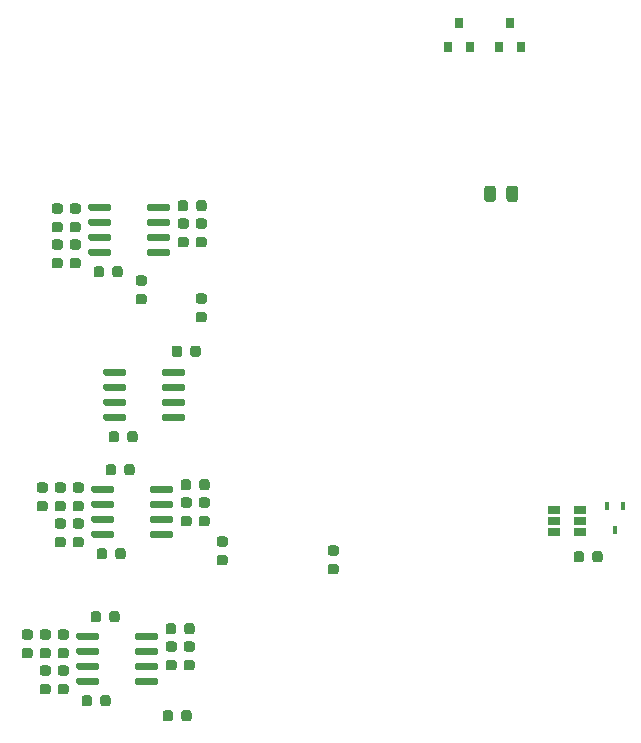
<source format=gbr>
%TF.GenerationSoftware,KiCad,Pcbnew,5.1.6+dfsg1-1*%
%TF.CreationDate,2020-08-05T10:23:58+08:00*%
%TF.ProjectId,stm32dev-analog,73746d33-3264-4657-962d-616e616c6f67,rev?*%
%TF.SameCoordinates,Original*%
%TF.FileFunction,Paste,Top*%
%TF.FilePolarity,Positive*%
%FSLAX46Y46*%
G04 Gerber Fmt 4.6, Leading zero omitted, Abs format (unit mm)*
G04 Created by KiCad (PCBNEW 5.1.6+dfsg1-1) date 2020-08-05 10:23:58*
%MOMM*%
%LPD*%
G01*
G04 APERTURE LIST*
%ADD10R,0.800000X0.900000*%
%ADD11R,1.060000X0.650000*%
%ADD12R,0.450000X0.700000*%
G04 APERTURE END LIST*
%TO.C,C13*%
G36*
G01*
X112364000Y-73408250D02*
X112364000Y-72895750D01*
G75*
G02*
X112582750Y-72677000I218750J0D01*
G01*
X113020250Y-72677000D01*
G75*
G02*
X113239000Y-72895750I0J-218750D01*
G01*
X113239000Y-73408250D01*
G75*
G02*
X113020250Y-73627000I-218750J0D01*
G01*
X112582750Y-73627000D01*
G75*
G02*
X112364000Y-73408250I0J218750D01*
G01*
G37*
G36*
G01*
X110789000Y-73408250D02*
X110789000Y-72895750D01*
G75*
G02*
X111007750Y-72677000I218750J0D01*
G01*
X111445250Y-72677000D01*
G75*
G02*
X111664000Y-72895750I0J-218750D01*
G01*
X111664000Y-73408250D01*
G75*
G02*
X111445250Y-73627000I-218750J0D01*
G01*
X111007750Y-73627000D01*
G75*
G02*
X110789000Y-73408250I0J218750D01*
G01*
G37*
%TD*%
D10*
%TO.C,Q2*%
X144780000Y-38116000D03*
X145730000Y-40116000D03*
X143830000Y-40116000D03*
%TD*%
%TO.C,R23*%
G36*
G01*
X130050250Y-83216000D02*
X129537750Y-83216000D01*
G75*
G02*
X129319000Y-82997250I0J218750D01*
G01*
X129319000Y-82559750D01*
G75*
G02*
X129537750Y-82341000I218750J0D01*
G01*
X130050250Y-82341000D01*
G75*
G02*
X130269000Y-82559750I0J-218750D01*
G01*
X130269000Y-82997250D01*
G75*
G02*
X130050250Y-83216000I-218750J0D01*
G01*
G37*
G36*
G01*
X130050250Y-84791000D02*
X129537750Y-84791000D01*
G75*
G02*
X129319000Y-84572250I0J218750D01*
G01*
X129319000Y-84134750D01*
G75*
G02*
X129537750Y-83916000I218750J0D01*
G01*
X130050250Y-83916000D01*
G75*
G02*
X130269000Y-84134750I0J-218750D01*
G01*
X130269000Y-84572250D01*
G75*
G02*
X130050250Y-84791000I-218750J0D01*
G01*
G37*
%TD*%
%TO.C,Q1*%
X140462000Y-38116000D03*
X141412000Y-40116000D03*
X139512000Y-40116000D03*
%TD*%
%TO.C,C12*%
G36*
G01*
X110078000Y-95760250D02*
X110078000Y-95247750D01*
G75*
G02*
X110296750Y-95029000I218750J0D01*
G01*
X110734250Y-95029000D01*
G75*
G02*
X110953000Y-95247750I0J-218750D01*
G01*
X110953000Y-95760250D01*
G75*
G02*
X110734250Y-95979000I-218750J0D01*
G01*
X110296750Y-95979000D01*
G75*
G02*
X110078000Y-95760250I0J218750D01*
G01*
G37*
G36*
G01*
X108503000Y-95760250D02*
X108503000Y-95247750D01*
G75*
G02*
X108721750Y-95029000I218750J0D01*
G01*
X109159250Y-95029000D01*
G75*
G02*
X109378000Y-95247750I0J-218750D01*
G01*
X109378000Y-95760250D01*
G75*
G02*
X109159250Y-95979000I-218750J0D01*
G01*
X108721750Y-95979000D01*
G75*
G02*
X108503000Y-95760250I0J218750D01*
G01*
G37*
%TD*%
%TO.C,C11*%
G36*
G01*
X117190000Y-89664250D02*
X117190000Y-89151750D01*
G75*
G02*
X117408750Y-88933000I218750J0D01*
G01*
X117846250Y-88933000D01*
G75*
G02*
X118065000Y-89151750I0J-218750D01*
G01*
X118065000Y-89664250D01*
G75*
G02*
X117846250Y-89883000I-218750J0D01*
G01*
X117408750Y-89883000D01*
G75*
G02*
X117190000Y-89664250I0J218750D01*
G01*
G37*
G36*
G01*
X115615000Y-89664250D02*
X115615000Y-89151750D01*
G75*
G02*
X115833750Y-88933000I218750J0D01*
G01*
X116271250Y-88933000D01*
G75*
G02*
X116490000Y-89151750I0J-218750D01*
G01*
X116490000Y-89664250D01*
G75*
G02*
X116271250Y-89883000I-218750J0D01*
G01*
X115833750Y-89883000D01*
G75*
G02*
X115615000Y-89664250I0J218750D01*
G01*
G37*
%TD*%
%TO.C,U2*%
G36*
G01*
X114276000Y-77747000D02*
X114276000Y-77447000D01*
G75*
G02*
X114426000Y-77297000I150000J0D01*
G01*
X116076000Y-77297000D01*
G75*
G02*
X116226000Y-77447000I0J-150000D01*
G01*
X116226000Y-77747000D01*
G75*
G02*
X116076000Y-77897000I-150000J0D01*
G01*
X114426000Y-77897000D01*
G75*
G02*
X114276000Y-77747000I0J150000D01*
G01*
G37*
G36*
G01*
X114276000Y-79017000D02*
X114276000Y-78717000D01*
G75*
G02*
X114426000Y-78567000I150000J0D01*
G01*
X116076000Y-78567000D01*
G75*
G02*
X116226000Y-78717000I0J-150000D01*
G01*
X116226000Y-79017000D01*
G75*
G02*
X116076000Y-79167000I-150000J0D01*
G01*
X114426000Y-79167000D01*
G75*
G02*
X114276000Y-79017000I0J150000D01*
G01*
G37*
G36*
G01*
X114276000Y-80287000D02*
X114276000Y-79987000D01*
G75*
G02*
X114426000Y-79837000I150000J0D01*
G01*
X116076000Y-79837000D01*
G75*
G02*
X116226000Y-79987000I0J-150000D01*
G01*
X116226000Y-80287000D01*
G75*
G02*
X116076000Y-80437000I-150000J0D01*
G01*
X114426000Y-80437000D01*
G75*
G02*
X114276000Y-80287000I0J150000D01*
G01*
G37*
G36*
G01*
X114276000Y-81557000D02*
X114276000Y-81257000D01*
G75*
G02*
X114426000Y-81107000I150000J0D01*
G01*
X116076000Y-81107000D01*
G75*
G02*
X116226000Y-81257000I0J-150000D01*
G01*
X116226000Y-81557000D01*
G75*
G02*
X116076000Y-81707000I-150000J0D01*
G01*
X114426000Y-81707000D01*
G75*
G02*
X114276000Y-81557000I0J150000D01*
G01*
G37*
G36*
G01*
X109326000Y-81557000D02*
X109326000Y-81257000D01*
G75*
G02*
X109476000Y-81107000I150000J0D01*
G01*
X111126000Y-81107000D01*
G75*
G02*
X111276000Y-81257000I0J-150000D01*
G01*
X111276000Y-81557000D01*
G75*
G02*
X111126000Y-81707000I-150000J0D01*
G01*
X109476000Y-81707000D01*
G75*
G02*
X109326000Y-81557000I0J150000D01*
G01*
G37*
G36*
G01*
X109326000Y-80287000D02*
X109326000Y-79987000D01*
G75*
G02*
X109476000Y-79837000I150000J0D01*
G01*
X111126000Y-79837000D01*
G75*
G02*
X111276000Y-79987000I0J-150000D01*
G01*
X111276000Y-80287000D01*
G75*
G02*
X111126000Y-80437000I-150000J0D01*
G01*
X109476000Y-80437000D01*
G75*
G02*
X109326000Y-80287000I0J150000D01*
G01*
G37*
G36*
G01*
X109326000Y-79017000D02*
X109326000Y-78717000D01*
G75*
G02*
X109476000Y-78567000I150000J0D01*
G01*
X111126000Y-78567000D01*
G75*
G02*
X111276000Y-78717000I0J-150000D01*
G01*
X111276000Y-79017000D01*
G75*
G02*
X111126000Y-79167000I-150000J0D01*
G01*
X109476000Y-79167000D01*
G75*
G02*
X109326000Y-79017000I0J150000D01*
G01*
G37*
G36*
G01*
X109326000Y-77747000D02*
X109326000Y-77447000D01*
G75*
G02*
X109476000Y-77297000I150000J0D01*
G01*
X111126000Y-77297000D01*
G75*
G02*
X111276000Y-77447000I0J-150000D01*
G01*
X111276000Y-77747000D01*
G75*
G02*
X111126000Y-77897000I-150000J0D01*
G01*
X109476000Y-77897000D01*
G75*
G02*
X109326000Y-77747000I0J150000D01*
G01*
G37*
%TD*%
%TO.C,C14*%
G36*
G01*
X117698000Y-66169250D02*
X117698000Y-65656750D01*
G75*
G02*
X117916750Y-65438000I218750J0D01*
G01*
X118354250Y-65438000D01*
G75*
G02*
X118573000Y-65656750I0J-218750D01*
G01*
X118573000Y-66169250D01*
G75*
G02*
X118354250Y-66388000I-218750J0D01*
G01*
X117916750Y-66388000D01*
G75*
G02*
X117698000Y-66169250I0J218750D01*
G01*
G37*
G36*
G01*
X116123000Y-66169250D02*
X116123000Y-65656750D01*
G75*
G02*
X116341750Y-65438000I218750J0D01*
G01*
X116779250Y-65438000D01*
G75*
G02*
X116998000Y-65656750I0J-218750D01*
G01*
X116998000Y-66169250D01*
G75*
G02*
X116779250Y-66388000I-218750J0D01*
G01*
X116341750Y-66388000D01*
G75*
G02*
X116123000Y-66169250I0J218750D01*
G01*
G37*
%TD*%
%TO.C,C10*%
G36*
G01*
X111348000Y-83314250D02*
X111348000Y-82801750D01*
G75*
G02*
X111566750Y-82583000I218750J0D01*
G01*
X112004250Y-82583000D01*
G75*
G02*
X112223000Y-82801750I0J-218750D01*
G01*
X112223000Y-83314250D01*
G75*
G02*
X112004250Y-83533000I-218750J0D01*
G01*
X111566750Y-83533000D01*
G75*
G02*
X111348000Y-83314250I0J218750D01*
G01*
G37*
G36*
G01*
X109773000Y-83314250D02*
X109773000Y-82801750D01*
G75*
G02*
X109991750Y-82583000I218750J0D01*
G01*
X110429250Y-82583000D01*
G75*
G02*
X110648000Y-82801750I0J-218750D01*
G01*
X110648000Y-83314250D01*
G75*
G02*
X110429250Y-83533000I-218750J0D01*
G01*
X109991750Y-83533000D01*
G75*
G02*
X109773000Y-83314250I0J218750D01*
G01*
G37*
%TD*%
%TO.C,C9*%
G36*
G01*
X111094000Y-59438250D02*
X111094000Y-58925750D01*
G75*
G02*
X111312750Y-58707000I218750J0D01*
G01*
X111750250Y-58707000D01*
G75*
G02*
X111969000Y-58925750I0J-218750D01*
G01*
X111969000Y-59438250D01*
G75*
G02*
X111750250Y-59657000I-218750J0D01*
G01*
X111312750Y-59657000D01*
G75*
G02*
X111094000Y-59438250I0J218750D01*
G01*
G37*
G36*
G01*
X109519000Y-59438250D02*
X109519000Y-58925750D01*
G75*
G02*
X109737750Y-58707000I218750J0D01*
G01*
X110175250Y-58707000D01*
G75*
G02*
X110394000Y-58925750I0J-218750D01*
G01*
X110394000Y-59438250D01*
G75*
G02*
X110175250Y-59657000I-218750J0D01*
G01*
X109737750Y-59657000D01*
G75*
G02*
X109519000Y-59438250I0J218750D01*
G01*
G37*
%TD*%
%TO.C,C8*%
G36*
G01*
X118206000Y-53850250D02*
X118206000Y-53337750D01*
G75*
G02*
X118424750Y-53119000I218750J0D01*
G01*
X118862250Y-53119000D01*
G75*
G02*
X119081000Y-53337750I0J-218750D01*
G01*
X119081000Y-53850250D01*
G75*
G02*
X118862250Y-54069000I-218750J0D01*
G01*
X118424750Y-54069000D01*
G75*
G02*
X118206000Y-53850250I0J218750D01*
G01*
G37*
G36*
G01*
X116631000Y-53850250D02*
X116631000Y-53337750D01*
G75*
G02*
X116849750Y-53119000I218750J0D01*
G01*
X117287250Y-53119000D01*
G75*
G02*
X117506000Y-53337750I0J-218750D01*
G01*
X117506000Y-53850250D01*
G75*
G02*
X117287250Y-54069000I-218750J0D01*
G01*
X116849750Y-54069000D01*
G75*
G02*
X116631000Y-53850250I0J218750D01*
G01*
G37*
%TD*%
%TO.C,C7*%
G36*
G01*
X118460000Y-77472250D02*
X118460000Y-76959750D01*
G75*
G02*
X118678750Y-76741000I218750J0D01*
G01*
X119116250Y-76741000D01*
G75*
G02*
X119335000Y-76959750I0J-218750D01*
G01*
X119335000Y-77472250D01*
G75*
G02*
X119116250Y-77691000I-218750J0D01*
G01*
X118678750Y-77691000D01*
G75*
G02*
X118460000Y-77472250I0J218750D01*
G01*
G37*
G36*
G01*
X116885000Y-77472250D02*
X116885000Y-76959750D01*
G75*
G02*
X117103750Y-76741000I218750J0D01*
G01*
X117541250Y-76741000D01*
G75*
G02*
X117760000Y-76959750I0J-218750D01*
G01*
X117760000Y-77472250D01*
G75*
G02*
X117541250Y-77691000I-218750J0D01*
G01*
X117103750Y-77691000D01*
G75*
G02*
X116885000Y-77472250I0J218750D01*
G01*
G37*
%TD*%
%TO.C,U5*%
G36*
G01*
X115292000Y-67841000D02*
X115292000Y-67541000D01*
G75*
G02*
X115442000Y-67391000I150000J0D01*
G01*
X117092000Y-67391000D01*
G75*
G02*
X117242000Y-67541000I0J-150000D01*
G01*
X117242000Y-67841000D01*
G75*
G02*
X117092000Y-67991000I-150000J0D01*
G01*
X115442000Y-67991000D01*
G75*
G02*
X115292000Y-67841000I0J150000D01*
G01*
G37*
G36*
G01*
X115292000Y-69111000D02*
X115292000Y-68811000D01*
G75*
G02*
X115442000Y-68661000I150000J0D01*
G01*
X117092000Y-68661000D01*
G75*
G02*
X117242000Y-68811000I0J-150000D01*
G01*
X117242000Y-69111000D01*
G75*
G02*
X117092000Y-69261000I-150000J0D01*
G01*
X115442000Y-69261000D01*
G75*
G02*
X115292000Y-69111000I0J150000D01*
G01*
G37*
G36*
G01*
X115292000Y-70381000D02*
X115292000Y-70081000D01*
G75*
G02*
X115442000Y-69931000I150000J0D01*
G01*
X117092000Y-69931000D01*
G75*
G02*
X117242000Y-70081000I0J-150000D01*
G01*
X117242000Y-70381000D01*
G75*
G02*
X117092000Y-70531000I-150000J0D01*
G01*
X115442000Y-70531000D01*
G75*
G02*
X115292000Y-70381000I0J150000D01*
G01*
G37*
G36*
G01*
X115292000Y-71651000D02*
X115292000Y-71351000D01*
G75*
G02*
X115442000Y-71201000I150000J0D01*
G01*
X117092000Y-71201000D01*
G75*
G02*
X117242000Y-71351000I0J-150000D01*
G01*
X117242000Y-71651000D01*
G75*
G02*
X117092000Y-71801000I-150000J0D01*
G01*
X115442000Y-71801000D01*
G75*
G02*
X115292000Y-71651000I0J150000D01*
G01*
G37*
G36*
G01*
X110342000Y-71651000D02*
X110342000Y-71351000D01*
G75*
G02*
X110492000Y-71201000I150000J0D01*
G01*
X112142000Y-71201000D01*
G75*
G02*
X112292000Y-71351000I0J-150000D01*
G01*
X112292000Y-71651000D01*
G75*
G02*
X112142000Y-71801000I-150000J0D01*
G01*
X110492000Y-71801000D01*
G75*
G02*
X110342000Y-71651000I0J150000D01*
G01*
G37*
G36*
G01*
X110342000Y-70381000D02*
X110342000Y-70081000D01*
G75*
G02*
X110492000Y-69931000I150000J0D01*
G01*
X112142000Y-69931000D01*
G75*
G02*
X112292000Y-70081000I0J-150000D01*
G01*
X112292000Y-70381000D01*
G75*
G02*
X112142000Y-70531000I-150000J0D01*
G01*
X110492000Y-70531000D01*
G75*
G02*
X110342000Y-70381000I0J150000D01*
G01*
G37*
G36*
G01*
X110342000Y-69111000D02*
X110342000Y-68811000D01*
G75*
G02*
X110492000Y-68661000I150000J0D01*
G01*
X112142000Y-68661000D01*
G75*
G02*
X112292000Y-68811000I0J-150000D01*
G01*
X112292000Y-69111000D01*
G75*
G02*
X112142000Y-69261000I-150000J0D01*
G01*
X110492000Y-69261000D01*
G75*
G02*
X110342000Y-69111000I0J150000D01*
G01*
G37*
G36*
G01*
X110342000Y-67841000D02*
X110342000Y-67541000D01*
G75*
G02*
X110492000Y-67391000I150000J0D01*
G01*
X112142000Y-67391000D01*
G75*
G02*
X112292000Y-67541000I0J-150000D01*
G01*
X112292000Y-67841000D01*
G75*
G02*
X112142000Y-67991000I-150000J0D01*
G01*
X110492000Y-67991000D01*
G75*
G02*
X110342000Y-67841000I0J150000D01*
G01*
G37*
%TD*%
D11*
%TO.C,U4*%
X150706000Y-80264000D03*
X150706000Y-79314000D03*
X150706000Y-81214000D03*
X148506000Y-81214000D03*
X148506000Y-80264000D03*
X148506000Y-79314000D03*
%TD*%
%TO.C,U3*%
G36*
G01*
X113006000Y-90193000D02*
X113006000Y-89893000D01*
G75*
G02*
X113156000Y-89743000I150000J0D01*
G01*
X114806000Y-89743000D01*
G75*
G02*
X114956000Y-89893000I0J-150000D01*
G01*
X114956000Y-90193000D01*
G75*
G02*
X114806000Y-90343000I-150000J0D01*
G01*
X113156000Y-90343000D01*
G75*
G02*
X113006000Y-90193000I0J150000D01*
G01*
G37*
G36*
G01*
X113006000Y-91463000D02*
X113006000Y-91163000D01*
G75*
G02*
X113156000Y-91013000I150000J0D01*
G01*
X114806000Y-91013000D01*
G75*
G02*
X114956000Y-91163000I0J-150000D01*
G01*
X114956000Y-91463000D01*
G75*
G02*
X114806000Y-91613000I-150000J0D01*
G01*
X113156000Y-91613000D01*
G75*
G02*
X113006000Y-91463000I0J150000D01*
G01*
G37*
G36*
G01*
X113006000Y-92733000D02*
X113006000Y-92433000D01*
G75*
G02*
X113156000Y-92283000I150000J0D01*
G01*
X114806000Y-92283000D01*
G75*
G02*
X114956000Y-92433000I0J-150000D01*
G01*
X114956000Y-92733000D01*
G75*
G02*
X114806000Y-92883000I-150000J0D01*
G01*
X113156000Y-92883000D01*
G75*
G02*
X113006000Y-92733000I0J150000D01*
G01*
G37*
G36*
G01*
X113006000Y-94003000D02*
X113006000Y-93703000D01*
G75*
G02*
X113156000Y-93553000I150000J0D01*
G01*
X114806000Y-93553000D01*
G75*
G02*
X114956000Y-93703000I0J-150000D01*
G01*
X114956000Y-94003000D01*
G75*
G02*
X114806000Y-94153000I-150000J0D01*
G01*
X113156000Y-94153000D01*
G75*
G02*
X113006000Y-94003000I0J150000D01*
G01*
G37*
G36*
G01*
X108056000Y-94003000D02*
X108056000Y-93703000D01*
G75*
G02*
X108206000Y-93553000I150000J0D01*
G01*
X109856000Y-93553000D01*
G75*
G02*
X110006000Y-93703000I0J-150000D01*
G01*
X110006000Y-94003000D01*
G75*
G02*
X109856000Y-94153000I-150000J0D01*
G01*
X108206000Y-94153000D01*
G75*
G02*
X108056000Y-94003000I0J150000D01*
G01*
G37*
G36*
G01*
X108056000Y-92733000D02*
X108056000Y-92433000D01*
G75*
G02*
X108206000Y-92283000I150000J0D01*
G01*
X109856000Y-92283000D01*
G75*
G02*
X110006000Y-92433000I0J-150000D01*
G01*
X110006000Y-92733000D01*
G75*
G02*
X109856000Y-92883000I-150000J0D01*
G01*
X108206000Y-92883000D01*
G75*
G02*
X108056000Y-92733000I0J150000D01*
G01*
G37*
G36*
G01*
X108056000Y-91463000D02*
X108056000Y-91163000D01*
G75*
G02*
X108206000Y-91013000I150000J0D01*
G01*
X109856000Y-91013000D01*
G75*
G02*
X110006000Y-91163000I0J-150000D01*
G01*
X110006000Y-91463000D01*
G75*
G02*
X109856000Y-91613000I-150000J0D01*
G01*
X108206000Y-91613000D01*
G75*
G02*
X108056000Y-91463000I0J150000D01*
G01*
G37*
G36*
G01*
X108056000Y-90193000D02*
X108056000Y-89893000D01*
G75*
G02*
X108206000Y-89743000I150000J0D01*
G01*
X109856000Y-89743000D01*
G75*
G02*
X110006000Y-89893000I0J-150000D01*
G01*
X110006000Y-90193000D01*
G75*
G02*
X109856000Y-90343000I-150000J0D01*
G01*
X108206000Y-90343000D01*
G75*
G02*
X108056000Y-90193000I0J150000D01*
G01*
G37*
%TD*%
%TO.C,U1*%
G36*
G01*
X114022000Y-53871000D02*
X114022000Y-53571000D01*
G75*
G02*
X114172000Y-53421000I150000J0D01*
G01*
X115822000Y-53421000D01*
G75*
G02*
X115972000Y-53571000I0J-150000D01*
G01*
X115972000Y-53871000D01*
G75*
G02*
X115822000Y-54021000I-150000J0D01*
G01*
X114172000Y-54021000D01*
G75*
G02*
X114022000Y-53871000I0J150000D01*
G01*
G37*
G36*
G01*
X114022000Y-55141000D02*
X114022000Y-54841000D01*
G75*
G02*
X114172000Y-54691000I150000J0D01*
G01*
X115822000Y-54691000D01*
G75*
G02*
X115972000Y-54841000I0J-150000D01*
G01*
X115972000Y-55141000D01*
G75*
G02*
X115822000Y-55291000I-150000J0D01*
G01*
X114172000Y-55291000D01*
G75*
G02*
X114022000Y-55141000I0J150000D01*
G01*
G37*
G36*
G01*
X114022000Y-56411000D02*
X114022000Y-56111000D01*
G75*
G02*
X114172000Y-55961000I150000J0D01*
G01*
X115822000Y-55961000D01*
G75*
G02*
X115972000Y-56111000I0J-150000D01*
G01*
X115972000Y-56411000D01*
G75*
G02*
X115822000Y-56561000I-150000J0D01*
G01*
X114172000Y-56561000D01*
G75*
G02*
X114022000Y-56411000I0J150000D01*
G01*
G37*
G36*
G01*
X114022000Y-57681000D02*
X114022000Y-57381000D01*
G75*
G02*
X114172000Y-57231000I150000J0D01*
G01*
X115822000Y-57231000D01*
G75*
G02*
X115972000Y-57381000I0J-150000D01*
G01*
X115972000Y-57681000D01*
G75*
G02*
X115822000Y-57831000I-150000J0D01*
G01*
X114172000Y-57831000D01*
G75*
G02*
X114022000Y-57681000I0J150000D01*
G01*
G37*
G36*
G01*
X109072000Y-57681000D02*
X109072000Y-57381000D01*
G75*
G02*
X109222000Y-57231000I150000J0D01*
G01*
X110872000Y-57231000D01*
G75*
G02*
X111022000Y-57381000I0J-150000D01*
G01*
X111022000Y-57681000D01*
G75*
G02*
X110872000Y-57831000I-150000J0D01*
G01*
X109222000Y-57831000D01*
G75*
G02*
X109072000Y-57681000I0J150000D01*
G01*
G37*
G36*
G01*
X109072000Y-56411000D02*
X109072000Y-56111000D01*
G75*
G02*
X109222000Y-55961000I150000J0D01*
G01*
X110872000Y-55961000D01*
G75*
G02*
X111022000Y-56111000I0J-150000D01*
G01*
X111022000Y-56411000D01*
G75*
G02*
X110872000Y-56561000I-150000J0D01*
G01*
X109222000Y-56561000D01*
G75*
G02*
X109072000Y-56411000I0J150000D01*
G01*
G37*
G36*
G01*
X109072000Y-55141000D02*
X109072000Y-54841000D01*
G75*
G02*
X109222000Y-54691000I150000J0D01*
G01*
X110872000Y-54691000D01*
G75*
G02*
X111022000Y-54841000I0J-150000D01*
G01*
X111022000Y-55141000D01*
G75*
G02*
X110872000Y-55291000I-150000J0D01*
G01*
X109222000Y-55291000D01*
G75*
G02*
X109072000Y-55141000I0J150000D01*
G01*
G37*
G36*
G01*
X109072000Y-53871000D02*
X109072000Y-53571000D01*
G75*
G02*
X109222000Y-53421000I150000J0D01*
G01*
X110872000Y-53421000D01*
G75*
G02*
X111022000Y-53571000I0J-150000D01*
G01*
X111022000Y-53871000D01*
G75*
G02*
X110872000Y-54021000I-150000J0D01*
G01*
X109222000Y-54021000D01*
G75*
G02*
X109072000Y-53871000I0J150000D01*
G01*
G37*
%TD*%
%TO.C,R22*%
G36*
G01*
X151034000Y-83055750D02*
X151034000Y-83568250D01*
G75*
G02*
X150815250Y-83787000I-218750J0D01*
G01*
X150377750Y-83787000D01*
G75*
G02*
X150159000Y-83568250I0J218750D01*
G01*
X150159000Y-83055750D01*
G75*
G02*
X150377750Y-82837000I218750J0D01*
G01*
X150815250Y-82837000D01*
G75*
G02*
X151034000Y-83055750I0J-218750D01*
G01*
G37*
G36*
G01*
X152609000Y-83055750D02*
X152609000Y-83568250D01*
G75*
G02*
X152390250Y-83787000I-218750J0D01*
G01*
X151952750Y-83787000D01*
G75*
G02*
X151734000Y-83568250I0J218750D01*
G01*
X151734000Y-83055750D01*
G75*
G02*
X151952750Y-82837000I218750J0D01*
G01*
X152390250Y-82837000D01*
G75*
G02*
X152609000Y-83055750I0J-218750D01*
G01*
G37*
%TD*%
%TO.C,R21*%
G36*
G01*
X105153750Y-94076000D02*
X105666250Y-94076000D01*
G75*
G02*
X105885000Y-94294750I0J-218750D01*
G01*
X105885000Y-94732250D01*
G75*
G02*
X105666250Y-94951000I-218750J0D01*
G01*
X105153750Y-94951000D01*
G75*
G02*
X104935000Y-94732250I0J218750D01*
G01*
X104935000Y-94294750D01*
G75*
G02*
X105153750Y-94076000I218750J0D01*
G01*
G37*
G36*
G01*
X105153750Y-92501000D02*
X105666250Y-92501000D01*
G75*
G02*
X105885000Y-92719750I0J-218750D01*
G01*
X105885000Y-93157250D01*
G75*
G02*
X105666250Y-93376000I-218750J0D01*
G01*
X105153750Y-93376000D01*
G75*
G02*
X104935000Y-93157250I0J218750D01*
G01*
X104935000Y-92719750D01*
G75*
G02*
X105153750Y-92501000I218750J0D01*
G01*
G37*
%TD*%
%TO.C,R20*%
G36*
G01*
X116236000Y-96517750D02*
X116236000Y-97030250D01*
G75*
G02*
X116017250Y-97249000I-218750J0D01*
G01*
X115579750Y-97249000D01*
G75*
G02*
X115361000Y-97030250I0J218750D01*
G01*
X115361000Y-96517750D01*
G75*
G02*
X115579750Y-96299000I218750J0D01*
G01*
X116017250Y-96299000D01*
G75*
G02*
X116236000Y-96517750I0J-218750D01*
G01*
G37*
G36*
G01*
X117811000Y-96517750D02*
X117811000Y-97030250D01*
G75*
G02*
X117592250Y-97249000I-218750J0D01*
G01*
X117154750Y-97249000D01*
G75*
G02*
X116936000Y-97030250I0J218750D01*
G01*
X116936000Y-96517750D01*
G75*
G02*
X117154750Y-96299000I218750J0D01*
G01*
X117592250Y-96299000D01*
G75*
G02*
X117811000Y-96517750I0J-218750D01*
G01*
G37*
%TD*%
%TO.C,R19*%
G36*
G01*
X110140000Y-88135750D02*
X110140000Y-88648250D01*
G75*
G02*
X109921250Y-88867000I-218750J0D01*
G01*
X109483750Y-88867000D01*
G75*
G02*
X109265000Y-88648250I0J218750D01*
G01*
X109265000Y-88135750D01*
G75*
G02*
X109483750Y-87917000I218750J0D01*
G01*
X109921250Y-87917000D01*
G75*
G02*
X110140000Y-88135750I0J-218750D01*
G01*
G37*
G36*
G01*
X111715000Y-88135750D02*
X111715000Y-88648250D01*
G75*
G02*
X111496250Y-88867000I-218750J0D01*
G01*
X111058750Y-88867000D01*
G75*
G02*
X110840000Y-88648250I0J218750D01*
G01*
X110840000Y-88135750D01*
G75*
G02*
X111058750Y-87917000I218750J0D01*
G01*
X111496250Y-87917000D01*
G75*
G02*
X111715000Y-88135750I0J-218750D01*
G01*
G37*
%TD*%
%TO.C,R18*%
G36*
G01*
X104142250Y-90328000D02*
X103629750Y-90328000D01*
G75*
G02*
X103411000Y-90109250I0J218750D01*
G01*
X103411000Y-89671750D01*
G75*
G02*
X103629750Y-89453000I218750J0D01*
G01*
X104142250Y-89453000D01*
G75*
G02*
X104361000Y-89671750I0J-218750D01*
G01*
X104361000Y-90109250D01*
G75*
G02*
X104142250Y-90328000I-218750J0D01*
G01*
G37*
G36*
G01*
X104142250Y-91903000D02*
X103629750Y-91903000D01*
G75*
G02*
X103411000Y-91684250I0J218750D01*
G01*
X103411000Y-91246750D01*
G75*
G02*
X103629750Y-91028000I218750J0D01*
G01*
X104142250Y-91028000D01*
G75*
G02*
X104361000Y-91246750I0J-218750D01*
G01*
X104361000Y-91684250D01*
G75*
G02*
X104142250Y-91903000I-218750J0D01*
G01*
G37*
%TD*%
%TO.C,R17*%
G36*
G01*
X117345750Y-92044000D02*
X117858250Y-92044000D01*
G75*
G02*
X118077000Y-92262750I0J-218750D01*
G01*
X118077000Y-92700250D01*
G75*
G02*
X117858250Y-92919000I-218750J0D01*
G01*
X117345750Y-92919000D01*
G75*
G02*
X117127000Y-92700250I0J218750D01*
G01*
X117127000Y-92262750D01*
G75*
G02*
X117345750Y-92044000I218750J0D01*
G01*
G37*
G36*
G01*
X117345750Y-90469000D02*
X117858250Y-90469000D01*
G75*
G02*
X118077000Y-90687750I0J-218750D01*
G01*
X118077000Y-91125250D01*
G75*
G02*
X117858250Y-91344000I-218750J0D01*
G01*
X117345750Y-91344000D01*
G75*
G02*
X117127000Y-91125250I0J218750D01*
G01*
X117127000Y-90687750D01*
G75*
G02*
X117345750Y-90469000I218750J0D01*
G01*
G37*
%TD*%
%TO.C,R16*%
G36*
G01*
X105153750Y-91028000D02*
X105666250Y-91028000D01*
G75*
G02*
X105885000Y-91246750I0J-218750D01*
G01*
X105885000Y-91684250D01*
G75*
G02*
X105666250Y-91903000I-218750J0D01*
G01*
X105153750Y-91903000D01*
G75*
G02*
X104935000Y-91684250I0J218750D01*
G01*
X104935000Y-91246750D01*
G75*
G02*
X105153750Y-91028000I218750J0D01*
G01*
G37*
G36*
G01*
X105153750Y-89453000D02*
X105666250Y-89453000D01*
G75*
G02*
X105885000Y-89671750I0J-218750D01*
G01*
X105885000Y-90109250D01*
G75*
G02*
X105666250Y-90328000I-218750J0D01*
G01*
X105153750Y-90328000D01*
G75*
G02*
X104935000Y-90109250I0J218750D01*
G01*
X104935000Y-89671750D01*
G75*
G02*
X105153750Y-89453000I218750J0D01*
G01*
G37*
%TD*%
%TO.C,R15*%
G36*
G01*
X107190250Y-93376000D02*
X106677750Y-93376000D01*
G75*
G02*
X106459000Y-93157250I0J218750D01*
G01*
X106459000Y-92719750D01*
G75*
G02*
X106677750Y-92501000I218750J0D01*
G01*
X107190250Y-92501000D01*
G75*
G02*
X107409000Y-92719750I0J-218750D01*
G01*
X107409000Y-93157250D01*
G75*
G02*
X107190250Y-93376000I-218750J0D01*
G01*
G37*
G36*
G01*
X107190250Y-94951000D02*
X106677750Y-94951000D01*
G75*
G02*
X106459000Y-94732250I0J218750D01*
G01*
X106459000Y-94294750D01*
G75*
G02*
X106677750Y-94076000I218750J0D01*
G01*
X107190250Y-94076000D01*
G75*
G02*
X107409000Y-94294750I0J-218750D01*
G01*
X107409000Y-94732250D01*
G75*
G02*
X107190250Y-94951000I-218750J0D01*
G01*
G37*
%TD*%
%TO.C,R14*%
G36*
G01*
X143568000Y-52121750D02*
X143568000Y-53034250D01*
G75*
G02*
X143324250Y-53278000I-243750J0D01*
G01*
X142836750Y-53278000D01*
G75*
G02*
X142593000Y-53034250I0J243750D01*
G01*
X142593000Y-52121750D01*
G75*
G02*
X142836750Y-51878000I243750J0D01*
G01*
X143324250Y-51878000D01*
G75*
G02*
X143568000Y-52121750I0J-243750D01*
G01*
G37*
G36*
G01*
X145443000Y-52121750D02*
X145443000Y-53034250D01*
G75*
G02*
X145199250Y-53278000I-243750J0D01*
G01*
X144711750Y-53278000D01*
G75*
G02*
X144468000Y-53034250I0J243750D01*
G01*
X144468000Y-52121750D01*
G75*
G02*
X144711750Y-51878000I243750J0D01*
G01*
X145199250Y-51878000D01*
G75*
G02*
X145443000Y-52121750I0J-243750D01*
G01*
G37*
%TD*%
%TO.C,R13*%
G36*
G01*
X106682250Y-57308000D02*
X106169750Y-57308000D01*
G75*
G02*
X105951000Y-57089250I0J218750D01*
G01*
X105951000Y-56651750D01*
G75*
G02*
X106169750Y-56433000I218750J0D01*
G01*
X106682250Y-56433000D01*
G75*
G02*
X106901000Y-56651750I0J-218750D01*
G01*
X106901000Y-57089250D01*
G75*
G02*
X106682250Y-57308000I-218750J0D01*
G01*
G37*
G36*
G01*
X106682250Y-58883000D02*
X106169750Y-58883000D01*
G75*
G02*
X105951000Y-58664250I0J218750D01*
G01*
X105951000Y-58226750D01*
G75*
G02*
X106169750Y-58008000I218750J0D01*
G01*
X106682250Y-58008000D01*
G75*
G02*
X106901000Y-58226750I0J-218750D01*
G01*
X106901000Y-58664250D01*
G75*
G02*
X106682250Y-58883000I-218750J0D01*
G01*
G37*
%TD*%
%TO.C,R12*%
G36*
G01*
X118361750Y-62580000D02*
X118874250Y-62580000D01*
G75*
G02*
X119093000Y-62798750I0J-218750D01*
G01*
X119093000Y-63236250D01*
G75*
G02*
X118874250Y-63455000I-218750J0D01*
G01*
X118361750Y-63455000D01*
G75*
G02*
X118143000Y-63236250I0J218750D01*
G01*
X118143000Y-62798750D01*
G75*
G02*
X118361750Y-62580000I218750J0D01*
G01*
G37*
G36*
G01*
X118361750Y-61005000D02*
X118874250Y-61005000D01*
G75*
G02*
X119093000Y-61223750I0J-218750D01*
G01*
X119093000Y-61661250D01*
G75*
G02*
X118874250Y-61880000I-218750J0D01*
G01*
X118361750Y-61880000D01*
G75*
G02*
X118143000Y-61661250I0J218750D01*
G01*
X118143000Y-61223750D01*
G75*
G02*
X118361750Y-61005000I218750J0D01*
G01*
G37*
%TD*%
%TO.C,R11*%
G36*
G01*
X118361750Y-56230000D02*
X118874250Y-56230000D01*
G75*
G02*
X119093000Y-56448750I0J-218750D01*
G01*
X119093000Y-56886250D01*
G75*
G02*
X118874250Y-57105000I-218750J0D01*
G01*
X118361750Y-57105000D01*
G75*
G02*
X118143000Y-56886250I0J218750D01*
G01*
X118143000Y-56448750D01*
G75*
G02*
X118361750Y-56230000I218750J0D01*
G01*
G37*
G36*
G01*
X118361750Y-54655000D02*
X118874250Y-54655000D01*
G75*
G02*
X119093000Y-54873750I0J-218750D01*
G01*
X119093000Y-55311250D01*
G75*
G02*
X118874250Y-55530000I-218750J0D01*
G01*
X118361750Y-55530000D01*
G75*
G02*
X118143000Y-55311250I0J218750D01*
G01*
X118143000Y-54873750D01*
G75*
G02*
X118361750Y-54655000I218750J0D01*
G01*
G37*
%TD*%
%TO.C,R10*%
G36*
G01*
X107947750Y-81630000D02*
X108460250Y-81630000D01*
G75*
G02*
X108679000Y-81848750I0J-218750D01*
G01*
X108679000Y-82286250D01*
G75*
G02*
X108460250Y-82505000I-218750J0D01*
G01*
X107947750Y-82505000D01*
G75*
G02*
X107729000Y-82286250I0J218750D01*
G01*
X107729000Y-81848750D01*
G75*
G02*
X107947750Y-81630000I218750J0D01*
G01*
G37*
G36*
G01*
X107947750Y-80055000D02*
X108460250Y-80055000D01*
G75*
G02*
X108679000Y-80273750I0J-218750D01*
G01*
X108679000Y-80711250D01*
G75*
G02*
X108460250Y-80930000I-218750J0D01*
G01*
X107947750Y-80930000D01*
G75*
G02*
X107729000Y-80711250I0J218750D01*
G01*
X107729000Y-80273750D01*
G75*
G02*
X107947750Y-80055000I218750J0D01*
G01*
G37*
%TD*%
%TO.C,R9*%
G36*
G01*
X120652250Y-82454000D02*
X120139750Y-82454000D01*
G75*
G02*
X119921000Y-82235250I0J218750D01*
G01*
X119921000Y-81797750D01*
G75*
G02*
X120139750Y-81579000I218750J0D01*
G01*
X120652250Y-81579000D01*
G75*
G02*
X120871000Y-81797750I0J-218750D01*
G01*
X120871000Y-82235250D01*
G75*
G02*
X120652250Y-82454000I-218750J0D01*
G01*
G37*
G36*
G01*
X120652250Y-84029000D02*
X120139750Y-84029000D01*
G75*
G02*
X119921000Y-83810250I0J218750D01*
G01*
X119921000Y-83372750D01*
G75*
G02*
X120139750Y-83154000I218750J0D01*
G01*
X120652250Y-83154000D01*
G75*
G02*
X120871000Y-83372750I0J-218750D01*
G01*
X120871000Y-83810250D01*
G75*
G02*
X120652250Y-84029000I-218750J0D01*
G01*
G37*
%TD*%
%TO.C,R8*%
G36*
G01*
X111410000Y-75689750D02*
X111410000Y-76202250D01*
G75*
G02*
X111191250Y-76421000I-218750J0D01*
G01*
X110753750Y-76421000D01*
G75*
G02*
X110535000Y-76202250I0J218750D01*
G01*
X110535000Y-75689750D01*
G75*
G02*
X110753750Y-75471000I218750J0D01*
G01*
X111191250Y-75471000D01*
G75*
G02*
X111410000Y-75689750I0J-218750D01*
G01*
G37*
G36*
G01*
X112985000Y-75689750D02*
X112985000Y-76202250D01*
G75*
G02*
X112766250Y-76421000I-218750J0D01*
G01*
X112328750Y-76421000D01*
G75*
G02*
X112110000Y-76202250I0J218750D01*
G01*
X112110000Y-75689750D01*
G75*
G02*
X112328750Y-75471000I218750J0D01*
G01*
X112766250Y-75471000D01*
G75*
G02*
X112985000Y-75689750I0J-218750D01*
G01*
G37*
%TD*%
%TO.C,R7*%
G36*
G01*
X105412250Y-77882000D02*
X104899750Y-77882000D01*
G75*
G02*
X104681000Y-77663250I0J218750D01*
G01*
X104681000Y-77225750D01*
G75*
G02*
X104899750Y-77007000I218750J0D01*
G01*
X105412250Y-77007000D01*
G75*
G02*
X105631000Y-77225750I0J-218750D01*
G01*
X105631000Y-77663250D01*
G75*
G02*
X105412250Y-77882000I-218750J0D01*
G01*
G37*
G36*
G01*
X105412250Y-79457000D02*
X104899750Y-79457000D01*
G75*
G02*
X104681000Y-79238250I0J218750D01*
G01*
X104681000Y-78800750D01*
G75*
G02*
X104899750Y-78582000I218750J0D01*
G01*
X105412250Y-78582000D01*
G75*
G02*
X105631000Y-78800750I0J-218750D01*
G01*
X105631000Y-79238250D01*
G75*
G02*
X105412250Y-79457000I-218750J0D01*
G01*
G37*
%TD*%
%TO.C,R6*%
G36*
G01*
X118615750Y-79852000D02*
X119128250Y-79852000D01*
G75*
G02*
X119347000Y-80070750I0J-218750D01*
G01*
X119347000Y-80508250D01*
G75*
G02*
X119128250Y-80727000I-218750J0D01*
G01*
X118615750Y-80727000D01*
G75*
G02*
X118397000Y-80508250I0J218750D01*
G01*
X118397000Y-80070750D01*
G75*
G02*
X118615750Y-79852000I218750J0D01*
G01*
G37*
G36*
G01*
X118615750Y-78277000D02*
X119128250Y-78277000D01*
G75*
G02*
X119347000Y-78495750I0J-218750D01*
G01*
X119347000Y-78933250D01*
G75*
G02*
X119128250Y-79152000I-218750J0D01*
G01*
X118615750Y-79152000D01*
G75*
G02*
X118397000Y-78933250I0J218750D01*
G01*
X118397000Y-78495750D01*
G75*
G02*
X118615750Y-78277000I218750J0D01*
G01*
G37*
%TD*%
%TO.C,R5*%
G36*
G01*
X113281750Y-61056000D02*
X113794250Y-61056000D01*
G75*
G02*
X114013000Y-61274750I0J-218750D01*
G01*
X114013000Y-61712250D01*
G75*
G02*
X113794250Y-61931000I-218750J0D01*
G01*
X113281750Y-61931000D01*
G75*
G02*
X113063000Y-61712250I0J218750D01*
G01*
X113063000Y-61274750D01*
G75*
G02*
X113281750Y-61056000I218750J0D01*
G01*
G37*
G36*
G01*
X113281750Y-59481000D02*
X113794250Y-59481000D01*
G75*
G02*
X114013000Y-59699750I0J-218750D01*
G01*
X114013000Y-60137250D01*
G75*
G02*
X113794250Y-60356000I-218750J0D01*
G01*
X113281750Y-60356000D01*
G75*
G02*
X113063000Y-60137250I0J218750D01*
G01*
X113063000Y-59699750D01*
G75*
G02*
X113281750Y-59481000I218750J0D01*
G01*
G37*
%TD*%
%TO.C,R4*%
G36*
G01*
X106423750Y-78582000D02*
X106936250Y-78582000D01*
G75*
G02*
X107155000Y-78800750I0J-218750D01*
G01*
X107155000Y-79238250D01*
G75*
G02*
X106936250Y-79457000I-218750J0D01*
G01*
X106423750Y-79457000D01*
G75*
G02*
X106205000Y-79238250I0J218750D01*
G01*
X106205000Y-78800750D01*
G75*
G02*
X106423750Y-78582000I218750J0D01*
G01*
G37*
G36*
G01*
X106423750Y-77007000D02*
X106936250Y-77007000D01*
G75*
G02*
X107155000Y-77225750I0J-218750D01*
G01*
X107155000Y-77663250D01*
G75*
G02*
X106936250Y-77882000I-218750J0D01*
G01*
X106423750Y-77882000D01*
G75*
G02*
X106205000Y-77663250I0J218750D01*
G01*
X106205000Y-77225750D01*
G75*
G02*
X106423750Y-77007000I218750J0D01*
G01*
G37*
%TD*%
%TO.C,R3*%
G36*
G01*
X106936250Y-80930000D02*
X106423750Y-80930000D01*
G75*
G02*
X106205000Y-80711250I0J218750D01*
G01*
X106205000Y-80273750D01*
G75*
G02*
X106423750Y-80055000I218750J0D01*
G01*
X106936250Y-80055000D01*
G75*
G02*
X107155000Y-80273750I0J-218750D01*
G01*
X107155000Y-80711250D01*
G75*
G02*
X106936250Y-80930000I-218750J0D01*
G01*
G37*
G36*
G01*
X106936250Y-82505000D02*
X106423750Y-82505000D01*
G75*
G02*
X106205000Y-82286250I0J218750D01*
G01*
X106205000Y-81848750D01*
G75*
G02*
X106423750Y-81630000I218750J0D01*
G01*
X106936250Y-81630000D01*
G75*
G02*
X107155000Y-81848750I0J-218750D01*
G01*
X107155000Y-82286250D01*
G75*
G02*
X106936250Y-82505000I-218750J0D01*
G01*
G37*
%TD*%
%TO.C,R2*%
G36*
G01*
X106169750Y-54960000D02*
X106682250Y-54960000D01*
G75*
G02*
X106901000Y-55178750I0J-218750D01*
G01*
X106901000Y-55616250D01*
G75*
G02*
X106682250Y-55835000I-218750J0D01*
G01*
X106169750Y-55835000D01*
G75*
G02*
X105951000Y-55616250I0J218750D01*
G01*
X105951000Y-55178750D01*
G75*
G02*
X106169750Y-54960000I218750J0D01*
G01*
G37*
G36*
G01*
X106169750Y-53385000D02*
X106682250Y-53385000D01*
G75*
G02*
X106901000Y-53603750I0J-218750D01*
G01*
X106901000Y-54041250D01*
G75*
G02*
X106682250Y-54260000I-218750J0D01*
G01*
X106169750Y-54260000D01*
G75*
G02*
X105951000Y-54041250I0J218750D01*
G01*
X105951000Y-53603750D01*
G75*
G02*
X106169750Y-53385000I218750J0D01*
G01*
G37*
%TD*%
%TO.C,R1*%
G36*
G01*
X107693750Y-58008000D02*
X108206250Y-58008000D01*
G75*
G02*
X108425000Y-58226750I0J-218750D01*
G01*
X108425000Y-58664250D01*
G75*
G02*
X108206250Y-58883000I-218750J0D01*
G01*
X107693750Y-58883000D01*
G75*
G02*
X107475000Y-58664250I0J218750D01*
G01*
X107475000Y-58226750D01*
G75*
G02*
X107693750Y-58008000I218750J0D01*
G01*
G37*
G36*
G01*
X107693750Y-56433000D02*
X108206250Y-56433000D01*
G75*
G02*
X108425000Y-56651750I0J-218750D01*
G01*
X108425000Y-57089250D01*
G75*
G02*
X108206250Y-57308000I-218750J0D01*
G01*
X107693750Y-57308000D01*
G75*
G02*
X107475000Y-57089250I0J218750D01*
G01*
X107475000Y-56651750D01*
G75*
G02*
X107693750Y-56433000I218750J0D01*
G01*
G37*
%TD*%
D12*
%TO.C,D1*%
X153670000Y-81010000D03*
X153020000Y-79010000D03*
X154320000Y-79010000D03*
%TD*%
%TO.C,C6*%
G36*
G01*
X116334250Y-91344000D02*
X115821750Y-91344000D01*
G75*
G02*
X115603000Y-91125250I0J218750D01*
G01*
X115603000Y-90687750D01*
G75*
G02*
X115821750Y-90469000I218750J0D01*
G01*
X116334250Y-90469000D01*
G75*
G02*
X116553000Y-90687750I0J-218750D01*
G01*
X116553000Y-91125250D01*
G75*
G02*
X116334250Y-91344000I-218750J0D01*
G01*
G37*
G36*
G01*
X116334250Y-92919000D02*
X115821750Y-92919000D01*
G75*
G02*
X115603000Y-92700250I0J218750D01*
G01*
X115603000Y-92262750D01*
G75*
G02*
X115821750Y-92044000I218750J0D01*
G01*
X116334250Y-92044000D01*
G75*
G02*
X116553000Y-92262750I0J-218750D01*
G01*
X116553000Y-92700250D01*
G75*
G02*
X116334250Y-92919000I-218750J0D01*
G01*
G37*
%TD*%
%TO.C,C5*%
G36*
G01*
X107190250Y-90328000D02*
X106677750Y-90328000D01*
G75*
G02*
X106459000Y-90109250I0J218750D01*
G01*
X106459000Y-89671750D01*
G75*
G02*
X106677750Y-89453000I218750J0D01*
G01*
X107190250Y-89453000D01*
G75*
G02*
X107409000Y-89671750I0J-218750D01*
G01*
X107409000Y-90109250D01*
G75*
G02*
X107190250Y-90328000I-218750J0D01*
G01*
G37*
G36*
G01*
X107190250Y-91903000D02*
X106677750Y-91903000D01*
G75*
G02*
X106459000Y-91684250I0J218750D01*
G01*
X106459000Y-91246750D01*
G75*
G02*
X106677750Y-91028000I218750J0D01*
G01*
X107190250Y-91028000D01*
G75*
G02*
X107409000Y-91246750I0J-218750D01*
G01*
X107409000Y-91684250D01*
G75*
G02*
X107190250Y-91903000I-218750J0D01*
G01*
G37*
%TD*%
%TO.C,C4*%
G36*
G01*
X117350250Y-55530000D02*
X116837750Y-55530000D01*
G75*
G02*
X116619000Y-55311250I0J218750D01*
G01*
X116619000Y-54873750D01*
G75*
G02*
X116837750Y-54655000I218750J0D01*
G01*
X117350250Y-54655000D01*
G75*
G02*
X117569000Y-54873750I0J-218750D01*
G01*
X117569000Y-55311250D01*
G75*
G02*
X117350250Y-55530000I-218750J0D01*
G01*
G37*
G36*
G01*
X117350250Y-57105000D02*
X116837750Y-57105000D01*
G75*
G02*
X116619000Y-56886250I0J218750D01*
G01*
X116619000Y-56448750D01*
G75*
G02*
X116837750Y-56230000I218750J0D01*
G01*
X117350250Y-56230000D01*
G75*
G02*
X117569000Y-56448750I0J-218750D01*
G01*
X117569000Y-56886250D01*
G75*
G02*
X117350250Y-57105000I-218750J0D01*
G01*
G37*
%TD*%
%TO.C,C3*%
G36*
G01*
X117604250Y-79152000D02*
X117091750Y-79152000D01*
G75*
G02*
X116873000Y-78933250I0J218750D01*
G01*
X116873000Y-78495750D01*
G75*
G02*
X117091750Y-78277000I218750J0D01*
G01*
X117604250Y-78277000D01*
G75*
G02*
X117823000Y-78495750I0J-218750D01*
G01*
X117823000Y-78933250D01*
G75*
G02*
X117604250Y-79152000I-218750J0D01*
G01*
G37*
G36*
G01*
X117604250Y-80727000D02*
X117091750Y-80727000D01*
G75*
G02*
X116873000Y-80508250I0J218750D01*
G01*
X116873000Y-80070750D01*
G75*
G02*
X117091750Y-79852000I218750J0D01*
G01*
X117604250Y-79852000D01*
G75*
G02*
X117823000Y-80070750I0J-218750D01*
G01*
X117823000Y-80508250D01*
G75*
G02*
X117604250Y-80727000I-218750J0D01*
G01*
G37*
%TD*%
%TO.C,C2*%
G36*
G01*
X108460250Y-77882000D02*
X107947750Y-77882000D01*
G75*
G02*
X107729000Y-77663250I0J218750D01*
G01*
X107729000Y-77225750D01*
G75*
G02*
X107947750Y-77007000I218750J0D01*
G01*
X108460250Y-77007000D01*
G75*
G02*
X108679000Y-77225750I0J-218750D01*
G01*
X108679000Y-77663250D01*
G75*
G02*
X108460250Y-77882000I-218750J0D01*
G01*
G37*
G36*
G01*
X108460250Y-79457000D02*
X107947750Y-79457000D01*
G75*
G02*
X107729000Y-79238250I0J218750D01*
G01*
X107729000Y-78800750D01*
G75*
G02*
X107947750Y-78582000I218750J0D01*
G01*
X108460250Y-78582000D01*
G75*
G02*
X108679000Y-78800750I0J-218750D01*
G01*
X108679000Y-79238250D01*
G75*
G02*
X108460250Y-79457000I-218750J0D01*
G01*
G37*
%TD*%
%TO.C,C1*%
G36*
G01*
X108206250Y-54260000D02*
X107693750Y-54260000D01*
G75*
G02*
X107475000Y-54041250I0J218750D01*
G01*
X107475000Y-53603750D01*
G75*
G02*
X107693750Y-53385000I218750J0D01*
G01*
X108206250Y-53385000D01*
G75*
G02*
X108425000Y-53603750I0J-218750D01*
G01*
X108425000Y-54041250D01*
G75*
G02*
X108206250Y-54260000I-218750J0D01*
G01*
G37*
G36*
G01*
X108206250Y-55835000D02*
X107693750Y-55835000D01*
G75*
G02*
X107475000Y-55616250I0J218750D01*
G01*
X107475000Y-55178750D01*
G75*
G02*
X107693750Y-54960000I218750J0D01*
G01*
X108206250Y-54960000D01*
G75*
G02*
X108425000Y-55178750I0J-218750D01*
G01*
X108425000Y-55616250D01*
G75*
G02*
X108206250Y-55835000I-218750J0D01*
G01*
G37*
%TD*%
M02*

</source>
